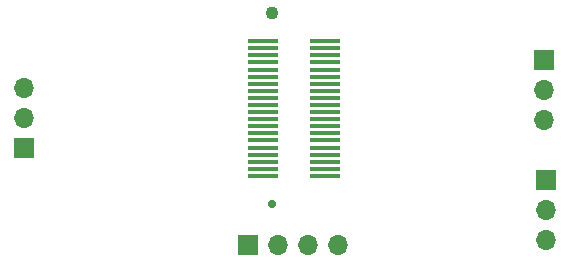
<source format=gbs>
G04 #@! TF.GenerationSoftware,KiCad,Pcbnew,no-vcs-found-ecdfa40~58~ubuntu16.04.1*
G04 #@! TF.CreationDate,2017-03-20T23:24:32+01:00*
G04 #@! TF.ProjectId,GhostSensorboard,47686F737453656E736F72626F617264,rev?*
G04 #@! TF.FileFunction,Soldermask,Bot*
G04 #@! TF.FilePolarity,Negative*
%FSLAX46Y46*%
G04 Gerber Fmt 4.6, Leading zero omitted, Abs format (unit mm)*
G04 Created by KiCad (PCBNEW no-vcs-found-ecdfa40~58~ubuntu16.04.1) date Mon Mar 20 23:24:32 2017*
%MOMM*%
%LPD*%
G01*
G04 APERTURE LIST*
%ADD10C,0.100000*%
%ADD11R,2.500000X0.350000*%
%ADD12C,0.700000*%
%ADD13C,1.100000*%
%ADD14O,1.700000X1.700000*%
%ADD15R,1.700000X1.700000*%
G04 APERTURE END LIST*
D10*
D11*
X97302380Y-89134580D03*
X97302380Y-89734580D03*
X97302380Y-90334580D03*
X97302380Y-90934580D03*
X97302380Y-91534580D03*
X97302380Y-92134580D03*
X97302380Y-92734580D03*
X97302380Y-93334580D03*
X97302380Y-93934580D03*
X97302380Y-94534580D03*
X97302380Y-95134580D03*
X97302380Y-95734580D03*
X97302380Y-96334580D03*
X97302380Y-96934580D03*
X97302380Y-97534580D03*
X97302380Y-98134580D03*
X97302380Y-98734580D03*
X97302380Y-99334580D03*
X97302380Y-99934580D03*
X97302380Y-100534580D03*
X102552380Y-100534580D03*
X102552380Y-99934580D03*
X102552380Y-99334580D03*
X102552380Y-98734580D03*
X102552380Y-98134580D03*
X102552380Y-97534580D03*
X102552380Y-96934580D03*
X102552380Y-96334580D03*
X102552380Y-95734580D03*
X102552380Y-95134580D03*
X102552380Y-94534580D03*
X102552380Y-93934580D03*
X102552380Y-93334580D03*
X102552380Y-92734580D03*
X102552380Y-92134580D03*
X102552380Y-91534580D03*
X102552380Y-90934580D03*
X102552380Y-90334580D03*
X102552380Y-89734580D03*
X102552380Y-89134580D03*
D12*
X98052380Y-102884580D03*
D13*
X98052380Y-86734580D03*
D14*
X77033120Y-93091000D03*
X77033120Y-95631000D03*
D15*
X77033120Y-98171000D03*
X121224040Y-100893880D03*
D14*
X121224040Y-103433880D03*
X121224040Y-105973880D03*
X121122440Y-95844360D03*
X121122440Y-93304360D03*
D15*
X121122440Y-90764360D03*
D14*
X103621840Y-106365040D03*
X101081840Y-106365040D03*
X98541840Y-106365040D03*
D15*
X96001840Y-106365040D03*
M02*

</source>
